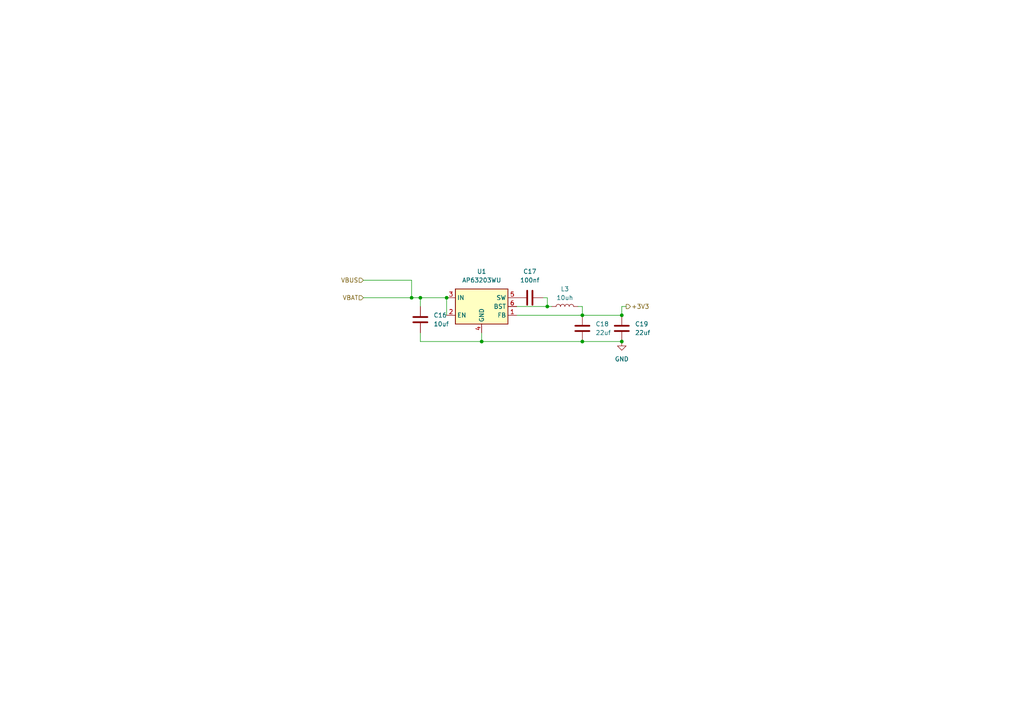
<source format=kicad_sch>
(kicad_sch (version 20250114) (generator "eeschema") (generator_version "9.0")
  (paper "A4")
  (lib_symbols
    (symbol "Device:C" (pin_numbers (hide yes)) (pin_names (offset 0.254))
      (property "Reference" "C" (at 0.635 2.54 0))
      (property "Value" "C" (at 0.635 -2.54 0))
      (symbol "C_0_1"
        (polyline (pts (xy -2.032 0.762) (xy 2.032 0.762)) (stroke (width 0.508)))
        (polyline (pts (xy -2.032 -0.762) (xy 2.032 -0.762)) (stroke (width 0.508)))
      )
      (symbol "C_1_1"
        (pin passive line (at 0 3.81 270) (length 2.794) (name "~") (number "1"))
        (pin passive line (at 0 -3.81 90) (length 2.794) (name "~") (number "2"))
      )
    )
    (symbol "Device:L" (pin_numbers (hide yes)) (pin_names (offset 1.016) (hide yes))
      (property "Reference" "L" (at -1.27 0 90))
      (property "Value" "L" (at 1.905 0 90))
      (symbol "L_0_1"
        (arc (start 0 2.54) (mid 0.6323 1.905) (end 0 1.27))
        (arc (start 0 1.27) (mid 0.6323 0.635) (end 0 0))
        (arc (start 0 0) (mid 0.6323 -0.635) (end 0 -1.27))
        (arc (start 0 -1.27) (mid 0.6323 -1.905) (end 0 -2.54))
      )
      (symbol "L_1_1"
        (pin passive line (at 0 3.81 270) (length 1.27) (name "1") (number "1"))
        (pin passive line (at 0 -3.81 90) (length 1.27) (name "2") (number "2"))
      )
    )
    (symbol "Regulator_Switching:AP63203WU"
      (property "Reference" "U" (at -7.62 6.35 0))
      (property "Value" "AP63203WU" (at 2.54 6.35 0))
      (symbol "AP63203WU_0_1"
        (rectangle (start -7.62 5.08) (end 7.62 -5.08) (stroke (width 0.254)) (fill (type background)))
      )
      (symbol "AP63203WU_1_1"
        (pin power_in line (at -10.16 2.54 0) (length 2.54) (name "IN") (number "3"))
        (pin input line (at -10.16 -2.54 0) (length 2.54) (name "EN") (number "2"))
        (pin power_in line (at 0 -7.62 90) (length 2.54) (name "GND") (number "4"))
        (pin output line (at 10.16 2.54 180) (length 2.54) (name "SW") (number "5"))
        (pin passive line (at 10.16 0 180) (length 2.54) (name "BST") (number "6"))
        (pin input line (at 10.16 -2.54 180) (length 2.54) (name "FB") (number "1"))
      )
    )
    (symbol "power:GND" (power) (pin_numbers (hide yes)) (pin_names (offset 0) (hide yes))
      (property "Value" "GND" (at 0 -3.81 0))
      (symbol "GND_0_1"
        (polyline (pts (xy 0 0) (xy 0 -1.27) (xy 1.27 -1.27) (xy 0 -2.54) (xy -1.27 -1.27) (xy 0 -1.27)))
      )
      (symbol "GND_1_1"
        (pin power_in line (at 0 0 270) (length 0) (name "~") (number "1"))
      )
    )
  )
  (junction (at 158.75 88.9))
  (junction (at 168.91 99.06))
  (junction (at 168.91 91.44))
  (junction (at 180.34 99.06))
  (junction (at 180.34 91.44))
  (junction (at 139.7 99.06))
  (junction (at 119.38 86.36))
  (junction (at 121.92 86.36))
  (junction (at 129.54 86.36))
  (wire (pts (xy 129.54 86.36) (xy 129.54 91.44)))
  (wire (pts (xy 149.86 88.9) (xy 158.75 88.9)))
  (wire (pts (xy 180.34 88.9) (xy 180.34 91.44)))
  (wire (pts (xy 168.91 99.06) (xy 180.34 99.06)))
  (wire (pts (xy 119.38 81.28) (xy 119.38 86.36)))
  (wire (pts (xy 157.48 86.36) (xy 158.75 86.36)))
  (wire (pts (xy 168.91 91.44) (xy 180.34 91.44)))
  (wire (pts (xy 158.75 88.9) (xy 160.02 88.9)))
  (wire (pts (xy 139.7 99.06) (xy 121.92 99.06)))
  (wire (pts (xy 105.41 81.28) (xy 119.38 81.28)))
  (wire (pts (xy 149.86 91.44) (xy 168.91 91.44)))
  (wire (pts (xy 139.7 99.06) (xy 139.7 96.52)))
  (wire (pts (xy 168.91 88.9) (xy 167.64 88.9)))
  (wire (pts (xy 121.92 86.36) (xy 129.54 86.36)))
  (wire (pts (xy 121.92 88.9) (xy 121.92 86.36)))
  (wire (pts (xy 168.91 99.06) (xy 139.7 99.06)))
  (wire (pts (xy 181.61 88.9) (xy 180.34 88.9)))
  (wire (pts (xy 158.75 86.36) (xy 158.75 88.9)))
  (wire (pts (xy 119.38 86.36) (xy 121.92 86.36)))
  (wire (pts (xy 121.92 99.06) (xy 121.92 96.52)))
  (wire (pts (xy 105.41 86.36) (xy 119.38 86.36)))
  (wire (pts (xy 168.91 91.44) (xy 168.91 88.9)))
  (hierarchical_label "VBAT" (shape input) (at 105.41 86.36 180))
  (hierarchical_label "VBUS" (shape input) (at 105.41 81.28 180))
  (hierarchical_label "+3V3" (shape output) (at 181.61 88.9 0))
  (symbol (lib_id "Device:C") (at 168.91 95.25 180) (unit 1)
    (property "Reference" "C18" (at 172.72 93.9799 0) (effects (justify right)))
    (property "Value" "22uf" (at 172.72 96.5199 0) (effects (justify right)))
    (property "Footprint" "Capacitor_SMD:C_0402_1005Metric" (effects (hide yes)))
    (property "Description" "Unpolarized capacitor" (effects (hide yes)))
    (property "DESCRIPTION" "CL10A226MQ8NRNC" (effects (hide yes)))
  )
  (symbol (lib_id "Device:C") (at 153.67 86.36 90) (unit 1)
    (property "Reference" "C17" (at 153.67 78.74 90))
    (property "Value" "100nf" (at 153.67 81.28 90))
    (property "Footprint" "Capacitor_SMD:C_0402_1005Metric" (effects (hide yes)))
    (property "Description" "Unpolarized capacitor" (effects (hide yes)))
    (property "DESCRIPTION" "CL10B104KO8NNNC" (effects (hide yes)))
  )
  (symbol (lib_id "Regulator_Switching:AP63203WU") (at 139.7 88.9 0) (unit 1)
    (property "Reference" "U1" (at 139.7 78.74 0))
    (property "Value" "AP63203WU" (at 139.7 81.28 0))
    (property "Footprint" "Package_TO_SOT_SMD:TSOT-23-6" (effects (hide yes)))
    (property "Datasheet" "https://www.diodes.com/assets/Datasheets/AP63200-AP63201-AP63203-AP63205.pdf" (effects (hide yes)))
    (property "Description" "2A, 1.1MHz Buck DC/DC Converter, fixed 3.3V output voltage, TSOT-23-6" (effects (hide yes)))
    (property "DESCRIPTION" "AP63203WU-7" (effects (hide yes)))
  )
  (symbol (lib_id "Device:C") (at 121.92 92.71 0) (unit 1)
    (property "Reference" "C16" (at 125.73 91.4399 0) (effects (justify left)))
    (property "Value" "10uf" (at 125.73 93.9799 0) (effects (justify left)))
    (property "Footprint" "Capacitor_SMD:C_0402_1005Metric" (effects (hide yes)))
    (property "Description" "Unpolarized capacitor" (effects (hide yes)))
    (property "DESCRIPTION" "CL10A106MQ8NNNC" (effects (hide yes)))
  )
  (symbol (lib_id "power:GND") (at 180.34 99.06 0) (unit 1)
    (property "Reference" "#PWR030" (effects (hide yes)))
    (property "Value" "GND" (at 180.34 104.14 0))
    (property "Description" "Power symbol creates a global label with name \"GND\" , ground" (effects (hide yes)))
  )
  (symbol (lib_id "Device:C") (at 180.34 95.25 180) (unit 1)
    (property "Reference" "C19" (at 184.15 93.9799 0) (effects (justify right)))
    (property "Value" "22uf" (at 184.15 96.5199 0) (effects (justify right)))
    (property "Footprint" "Capacitor_SMD:C_0402_1005Metric" (effects (hide yes)))
    (property "Description" "Unpolarized capacitor" (effects (hide yes)))
    (property "DESCRIPTION" "CL10A226MQ8NRNC" (effects (hide yes)))
  )
  (symbol (lib_id "Device:L") (at 163.83 88.9 90) (unit 1)
    (property "Reference" "L3" (at 163.83 83.82 90))
    (property "Value" "10uh" (at 163.83 86.36 90))
    (property "Footprint" "Inductor_SMD:L_TDK_NLV32_3.2x2.5mm" (effects (hide yes)))
    (property "Description" "Inductor" (effects (hide yes)))
    (property "DESCRIPTION" "CBC3225T100MR" (effects (hide yes)))
  )
)
</source>
